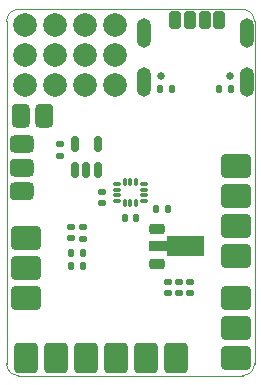
<source format=gbr>
%TF.GenerationSoftware,KiCad,Pcbnew,9.0.3-9.0.3-0~ubuntu24.04.1*%
%TF.CreationDate,2025-10-28T20:09:38+01:00*%
%TF.ProjectId,ant control board v2,616e7420-636f-46e7-9472-6f6c20626f61,2.0*%
%TF.SameCoordinates,Original*%
%TF.FileFunction,Soldermask,Bot*%
%TF.FilePolarity,Negative*%
%FSLAX46Y46*%
G04 Gerber Fmt 4.6, Leading zero omitted, Abs format (unit mm)*
G04 Created by KiCad (PCBNEW 9.0.3-9.0.3-0~ubuntu24.04.1) date 2025-10-28 20:09:38*
%MOMM*%
%LPD*%
G01*
G04 APERTURE LIST*
G04 Aperture macros list*
%AMRoundRect*
0 Rectangle with rounded corners*
0 $1 Rounding radius*
0 $2 $3 $4 $5 $6 $7 $8 $9 X,Y pos of 4 corners*
0 Add a 4 corners polygon primitive as box body*
4,1,4,$2,$3,$4,$5,$6,$7,$8,$9,$2,$3,0*
0 Add four circle primitives for the rounded corners*
1,1,$1+$1,$2,$3*
1,1,$1+$1,$4,$5*
1,1,$1+$1,$6,$7*
1,1,$1+$1,$8,$9*
0 Add four rect primitives between the rounded corners*
20,1,$1+$1,$2,$3,$4,$5,0*
20,1,$1+$1,$4,$5,$6,$7,0*
20,1,$1+$1,$6,$7,$8,$9,0*
20,1,$1+$1,$8,$9,$2,$3,0*%
%AMFreePoly0*
4,1,9,3.862500,-0.866500,0.737500,-0.866500,0.737500,-0.450000,-0.737500,-0.450000,-0.737500,0.450000,0.737500,0.450000,0.737500,0.866500,3.862500,0.866500,3.862500,-0.866500,3.862500,-0.866500,$1*%
G04 Aperture macros list end*
%ADD10C,0.500000*%
%ADD11RoundRect,0.375000X0.375000X-0.625000X0.375000X0.625000X-0.375000X0.625000X-0.375000X-0.625000X0*%
%ADD12RoundRect,0.300000X0.970000X-0.700000X0.970000X0.700000X-0.970000X0.700000X-0.970000X-0.700000X0*%
%ADD13C,0.650000*%
%ADD14O,1.250000X2.500000*%
%ADD15RoundRect,0.300000X-0.700000X-0.970000X0.700000X-0.970000X0.700000X0.970000X-0.700000X0.970000X0*%
%ADD16C,2.000000*%
%ADD17RoundRect,0.375000X0.625000X0.375000X-0.625000X0.375000X-0.625000X-0.375000X0.625000X-0.375000X0*%
%ADD18RoundRect,0.300000X-0.970000X0.700000X-0.970000X-0.700000X0.970000X-0.700000X0.970000X0.700000X0*%
%ADD19RoundRect,0.135000X0.185000X-0.135000X0.185000X0.135000X-0.185000X0.135000X-0.185000X-0.135000X0*%
%ADD20RoundRect,0.135000X0.135000X0.185000X-0.135000X0.185000X-0.135000X-0.185000X0.135000X-0.185000X0*%
%ADD21RoundRect,0.135000X-0.135000X-0.185000X0.135000X-0.185000X0.135000X0.185000X-0.135000X0.185000X0*%
%ADD22RoundRect,0.150000X0.150000X-0.512500X0.150000X0.512500X-0.150000X0.512500X-0.150000X-0.512500X0*%
%ADD23RoundRect,0.140000X0.140000X0.170000X-0.140000X0.170000X-0.140000X-0.170000X0.140000X-0.170000X0*%
%ADD24RoundRect,0.225000X-0.425000X-0.225000X0.425000X-0.225000X0.425000X0.225000X-0.425000X0.225000X0*%
%ADD25FreePoly0,0.000000*%
%ADD26RoundRect,0.087500X0.225000X0.087500X-0.225000X0.087500X-0.225000X-0.087500X0.225000X-0.087500X0*%
%ADD27RoundRect,0.087500X0.087500X0.225000X-0.087500X0.225000X-0.087500X-0.225000X0.087500X-0.225000X0*%
%ADD28RoundRect,0.140000X-0.170000X0.140000X-0.170000X-0.140000X0.170000X-0.140000X0.170000X0.140000X0*%
%ADD29RoundRect,0.250000X-0.250000X0.500000X-0.250000X-0.500000X0.250000X-0.500000X0.250000X0.500000X0*%
%ADD30RoundRect,0.140000X-0.140000X-0.170000X0.140000X-0.170000X0.140000X0.170000X-0.140000X0.170000X0*%
%ADD31RoundRect,0.140000X0.170000X-0.140000X0.170000X0.140000X-0.170000X0.140000X-0.170000X-0.140000X0*%
%TA.AperFunction,Profile*%
%ADD32C,0.050000*%
%TD*%
G04 APERTURE END LIST*
D10*
%TO.C,J10*%
X102647200Y-119711200D03*
X102640000Y-118300000D03*
D11*
X102190000Y-119000000D03*
D10*
X101732800Y-119711200D03*
X101732800Y-118288800D03*
X100654400Y-118300000D03*
X100640000Y-119700000D03*
D11*
X100190000Y-119000000D03*
D10*
X99740000Y-119700000D03*
X99740000Y-118300000D03*
%TD*%
%TO.C,J7*%
X99721000Y-135055000D03*
X101499000Y-135055000D03*
D12*
X100610000Y-134420000D03*
D10*
X99721000Y-133785000D03*
X101499000Y-133785000D03*
X99721000Y-132515000D03*
X101499000Y-132515000D03*
D12*
X100610000Y-131880000D03*
D10*
X99721000Y-131245000D03*
X101499000Y-131245000D03*
X99721000Y-129975000D03*
X101499000Y-129975000D03*
D12*
X100610000Y-129340000D03*
D10*
X99721000Y-128705000D03*
X101499000Y-128705000D03*
%TD*%
D13*
%TO.C,J3*%
X117890000Y-115680000D03*
X112110000Y-115680000D03*
D14*
X119320000Y-116180000D03*
X119320000Y-112000000D03*
X110680000Y-116180000D03*
X110680000Y-112000000D03*
%TD*%
D10*
%TO.C,J5*%
X105055000Y-138611000D03*
X105055000Y-140389000D03*
D15*
X105690000Y-139500000D03*
D10*
X106325000Y-138611000D03*
X106325000Y-140389000D03*
X107595000Y-138611000D03*
X107595000Y-140389000D03*
D15*
X108230000Y-139500000D03*
D10*
X108865000Y-138611000D03*
X108865000Y-140389000D03*
%TD*%
%TO.C,J8*%
X117501000Y-140135000D03*
X119279000Y-140135000D03*
D12*
X118390000Y-139500000D03*
D10*
X117501000Y-138865000D03*
X119279000Y-138865000D03*
X117501000Y-137595000D03*
X119279000Y-137595000D03*
D12*
X118390000Y-136960000D03*
D10*
X117501000Y-136325000D03*
X119279000Y-136325000D03*
X117501000Y-135055000D03*
X119279000Y-135055000D03*
D12*
X118390000Y-134420000D03*
D10*
X117501000Y-133785000D03*
X119279000Y-133785000D03*
%TD*%
%TO.C,J6*%
X110135000Y-138611000D03*
X110135000Y-140389000D03*
D15*
X110770000Y-139500000D03*
D10*
X111405000Y-138611000D03*
X111405000Y-140389000D03*
X112675000Y-138611000D03*
X112675000Y-140389000D03*
D15*
X113310000Y-139500000D03*
D10*
X113945000Y-138611000D03*
X113945000Y-140389000D03*
%TD*%
D16*
%TO.C,U7*%
X108203000Y-111337000D03*
X108203000Y-113877000D03*
X108203000Y-116417000D03*
X105663000Y-111337000D03*
X105663000Y-113877000D03*
X105663000Y-116417000D03*
X103123000Y-111337000D03*
X103123000Y-113877000D03*
X103123000Y-116417000D03*
X100583000Y-111337000D03*
X100583000Y-113877000D03*
X100583000Y-116417000D03*
%TD*%
D10*
%TO.C,J4*%
X99975000Y-138611000D03*
X99975000Y-140389000D03*
D15*
X100610000Y-139500000D03*
D10*
X101245000Y-138611000D03*
X101245000Y-140389000D03*
X102515000Y-138611000D03*
X102515000Y-140389000D03*
D15*
X103150000Y-139500000D03*
D10*
X103785000Y-138611000D03*
X103785000Y-140389000D03*
%TD*%
%TO.C,J9*%
X100981200Y-120940896D03*
X99570000Y-120948096D03*
D17*
X100270000Y-121398096D03*
D10*
X100981200Y-121855296D03*
X99558800Y-121855296D03*
X99570000Y-122933696D03*
X100970000Y-122948096D03*
D17*
X100270000Y-123398096D03*
D10*
X100970000Y-123848096D03*
X99570000Y-123848096D03*
X99570000Y-124933696D03*
X100970000Y-124948096D03*
D17*
X100270000Y-125398096D03*
D10*
X100970000Y-125848096D03*
X99570000Y-125848096D03*
%TD*%
%TO.C,J1*%
X119279000Y-127705000D03*
X117501000Y-127705000D03*
D18*
X118390000Y-128340000D03*
D10*
X119279000Y-128975000D03*
X117501000Y-128975000D03*
X119279000Y-130245000D03*
X117501000Y-130245000D03*
D18*
X118390000Y-130880000D03*
D10*
X119279000Y-131515000D03*
X117501000Y-131515000D03*
%TD*%
%TO.C,J2*%
X119279000Y-122625000D03*
X117501000Y-122625000D03*
D18*
X118390000Y-123260000D03*
D10*
X119279000Y-123895000D03*
X117501000Y-123895000D03*
X119279000Y-125165000D03*
X117501000Y-125165000D03*
D18*
X118390000Y-125800000D03*
D10*
X119279000Y-126435000D03*
X117501000Y-126435000D03*
%TD*%
D19*
%TO.C,R5*%
X105490000Y-129410000D03*
X105490000Y-128390000D03*
%TD*%
D20*
%TO.C,R4*%
X105500000Y-130600000D03*
X104480000Y-130600000D03*
%TD*%
D21*
%TO.C,R3*%
X104480000Y-131700000D03*
X105500000Y-131700000D03*
%TD*%
D22*
%TO.C,U8*%
X106720000Y-123637500D03*
X105770000Y-123637500D03*
X104820000Y-123637500D03*
X104820000Y-121362500D03*
X106720000Y-121362500D03*
%TD*%
D20*
%TO.C,R1*%
X113030000Y-116750000D03*
X112010000Y-116750000D03*
%TD*%
D23*
%TO.C,C10*%
X109970000Y-127700000D03*
X109010000Y-127700000D03*
%TD*%
D24*
%TO.C,U1*%
X111740000Y-131562500D03*
D25*
X111827500Y-130062500D03*
D24*
X111740000Y-128562500D03*
%TD*%
D26*
%TO.C,U5*%
X110652500Y-124750000D03*
X110652500Y-125250000D03*
X110652500Y-125750000D03*
X110652500Y-126250000D03*
D27*
X109990000Y-126412500D03*
X109490000Y-126412500D03*
X108990000Y-126412500D03*
D26*
X108327500Y-126250000D03*
X108327500Y-125750000D03*
X108327500Y-125250000D03*
X108327500Y-124750000D03*
D27*
X108990000Y-124587500D03*
X109490000Y-124587500D03*
X109990000Y-124587500D03*
%TD*%
D28*
%TO.C,C19*%
X103570000Y-121420000D03*
X103570000Y-122380000D03*
%TD*%
%TO.C,C3*%
X112670000Y-133070000D03*
X112670000Y-134030000D03*
%TD*%
D21*
%TO.C,R2*%
X117010000Y-116750000D03*
X118030000Y-116750000D03*
%TD*%
D28*
%TO.C,C2*%
X113620000Y-133070000D03*
X113620000Y-134030000D03*
%TD*%
D29*
%TO.C,J12*%
X117029404Y-110926904D03*
X115779404Y-110926904D03*
X114529404Y-110926904D03*
X113279404Y-110926904D03*
%TD*%
D30*
%TO.C,C4*%
X111690000Y-126900000D03*
X112650000Y-126900000D03*
%TD*%
D31*
%TO.C,C8*%
X104490000Y-129380000D03*
X104490000Y-128420000D03*
%TD*%
D28*
%TO.C,C1*%
X114570000Y-133070000D03*
X114570000Y-134030000D03*
%TD*%
D31*
%TO.C,C9*%
X107090000Y-126380000D03*
X107090000Y-125420000D03*
%TD*%
D32*
X119000000Y-110000000D02*
X100000000Y-110000000D01*
X99000000Y-111000000D02*
G75*
G02*
X100000000Y-110000000I1000000J0D01*
G01*
X120000000Y-140000000D02*
X120000000Y-111000000D01*
X100000000Y-141000000D02*
X119000000Y-141000000D01*
X99000000Y-111000000D02*
X99000000Y-140000000D01*
X120000000Y-140000000D02*
G75*
G02*
X119000000Y-141000000I-1000000J0D01*
G01*
X100000000Y-141000000D02*
G75*
G02*
X99000000Y-140000000I0J1000000D01*
G01*
X119000000Y-110000000D02*
G75*
G02*
X120000000Y-111000000I0J-1000000D01*
G01*
M02*

</source>
